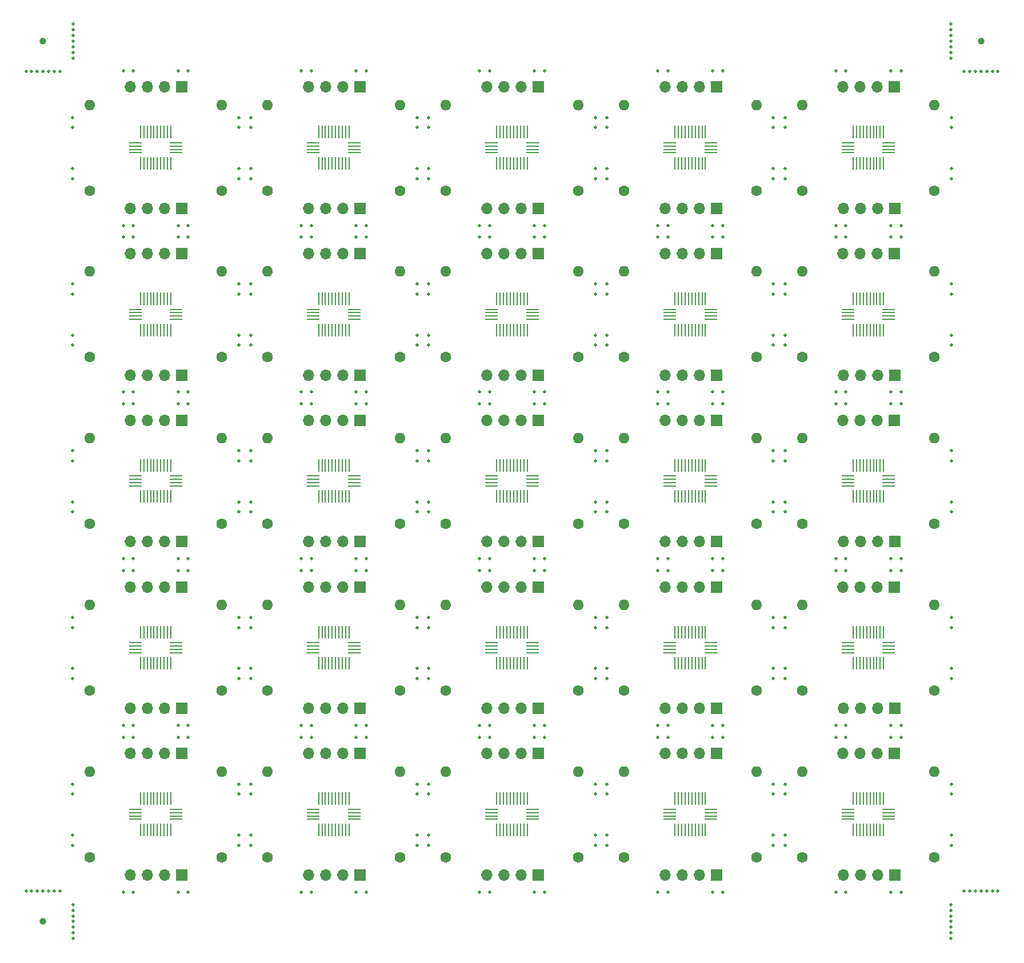
<source format=gbr>
%TF.GenerationSoftware,KiCad,Pcbnew,7.0.7-7.0.7~ubuntu20.04.1*%
%TF.CreationDate,2023-08-14T16:59:11-04:00*%
%TF.ProjectId,bno085-debug-board-panel,626e6f30-3835-42d6-9465-6275672d626f,rev?*%
%TF.SameCoordinates,Original*%
%TF.FileFunction,Soldermask,Top*%
%TF.FilePolarity,Negative*%
%FSLAX46Y46*%
G04 Gerber Fmt 4.6, Leading zero omitted, Abs format (unit mm)*
G04 Created by KiCad (PCBNEW 7.0.7-7.0.7~ubuntu20.04.1) date 2023-08-14 16:59:11*
%MOMM*%
%LPD*%
G01*
G04 APERTURE LIST*
%ADD10C,0.500000*%
%ADD11R,1.700000X1.700000*%
%ADD12O,1.700000X1.700000*%
%ADD13C,1.600000*%
%ADD14O,1.600000X1.600000*%
%ADD15C,1.000000*%
%ADD16R,0.254000X1.975000*%
%ADD17R,1.950000X0.254000*%
G04 APERTURE END LIST*
D10*
%TO.C,REF\u002A\u002A*%
X84325000Y-121683333D03*
%TD*%
%TO.C,REF\u002A\u002A*%
X24016666Y-31575000D03*
%TD*%
D11*
%TO.C,J1*%
X49480000Y-9300000D03*
D12*
X46940000Y-9300000D03*
X44400000Y-9300000D03*
X41860000Y-9300000D03*
%TD*%
D10*
%TO.C,REF\u002A\u002A*%
X86075000Y-47583333D03*
%TD*%
D11*
%TO.C,J1*%
X128680000Y-108100000D03*
D12*
X126140000Y-108100000D03*
X123600000Y-108100000D03*
X121060000Y-108100000D03*
%TD*%
D10*
%TO.C,REF\u002A\u002A*%
X137125000Y-89416666D03*
%TD*%
%TO.C,REF\u002A\u002A*%
X128116666Y-80975000D03*
%TD*%
D13*
%TO.C,R2*%
X62200000Y-98750000D03*
D14*
X62200000Y-86050000D03*
%TD*%
D10*
%TO.C,REF\u002A\u002A*%
X75316666Y-6875000D03*
%TD*%
D11*
%TO.C,J2*%
X49500000Y-76700000D03*
D12*
X46960000Y-76700000D03*
X44420000Y-76700000D03*
X41880000Y-76700000D03*
%TD*%
D10*
%TO.C,REF\u002A\u002A*%
X67183333Y-80975000D03*
%TD*%
D13*
%TO.C,R2*%
X9400000Y-24650000D03*
D14*
X9400000Y-11950000D03*
%TD*%
D13*
%TO.C,R1*%
X55400000Y-49350000D03*
D14*
X55400000Y-36650000D03*
%TD*%
D10*
%TO.C,REF\u002A\u002A*%
X103216666Y-31575000D03*
%TD*%
%TO.C,REF\u002A\u002A*%
X76816666Y-79225000D03*
%TD*%
%TO.C,REF\u002A\u002A*%
X128116666Y-31575000D03*
%TD*%
D15*
%TO.C,REF\u002A\u002A*%
X2500000Y-2500000D03*
%TD*%
D10*
%TO.C,REF\u002A\u002A*%
X143166666Y-128500000D03*
%TD*%
%TO.C,REF\u002A\u002A*%
X6875000Y-121683333D03*
%TD*%
%TO.C,REF\u002A\u002A*%
X31525000Y-120183333D03*
%TD*%
D13*
%TO.C,R2*%
X9400000Y-74050000D03*
D14*
X9400000Y-61350000D03*
%TD*%
D16*
%TO.C,U1*%
X96150000Y-114787500D03*
D17*
X95375000Y-116350000D03*
X95375000Y-116850000D03*
X95375000Y-117350000D03*
X95375000Y-117850000D03*
D16*
X96150000Y-119412500D03*
X96650000Y-119412500D03*
X97150000Y-119412500D03*
X97650000Y-119412500D03*
X98150000Y-119412500D03*
X98650000Y-119412500D03*
X99150000Y-119412500D03*
X99650000Y-119412500D03*
X100150000Y-119412500D03*
X100650000Y-119412500D03*
D17*
X101425000Y-117850000D03*
X101425000Y-117350000D03*
X101425000Y-116850000D03*
X101425000Y-116350000D03*
D16*
X100650000Y-114787500D03*
X100150000Y-114787500D03*
X99650000Y-114787500D03*
X99150000Y-114787500D03*
X98650000Y-114787500D03*
X98150000Y-114787500D03*
X97650000Y-114787500D03*
X97150000Y-114787500D03*
X96650000Y-114787500D03*
%TD*%
D10*
%TO.C,REF\u002A\u002A*%
X59675000Y-13816667D03*
%TD*%
%TO.C,REF\u002A\u002A*%
X33275000Y-114116666D03*
%TD*%
%TO.C,REF\u002A\u002A*%
X110725000Y-87916666D03*
%TD*%
%TO.C,REF\u002A\u002A*%
X59675000Y-112616666D03*
%TD*%
%TO.C,REF\u002A\u002A*%
X112475000Y-15316667D03*
%TD*%
%TO.C,REF\u002A\u002A*%
X86075000Y-112616666D03*
%TD*%
%TO.C,REF\u002A\u002A*%
X6875000Y-40016666D03*
%TD*%
%TO.C,REF\u002A\u002A*%
X86075000Y-46083333D03*
%TD*%
D13*
%TO.C,R1*%
X108200000Y-74050000D03*
D14*
X108200000Y-61350000D03*
%TD*%
D10*
%TO.C,REF\u002A\u002A*%
X57925000Y-22883333D03*
%TD*%
%TO.C,REF\u002A\u002A*%
X86075000Y-89416666D03*
%TD*%
%TO.C,REF\u002A\u002A*%
X33275000Y-95483333D03*
%TD*%
%TO.C,REF\u002A\u002A*%
X141500000Y-128500000D03*
%TD*%
%TO.C,REF\u002A\u002A*%
X67183333Y-54525000D03*
%TD*%
%TO.C,REF\u002A\u002A*%
X112475000Y-114116666D03*
%TD*%
%TO.C,REF\u002A\u002A*%
X68683333Y-31575000D03*
%TD*%
%TO.C,REF\u002A\u002A*%
X76816666Y-54525000D03*
%TD*%
%TO.C,REF\u002A\u002A*%
X101716666Y-31575000D03*
%TD*%
%TO.C,REF\u002A\u002A*%
X33275000Y-15316667D03*
%TD*%
%TO.C,REF\u002A\u002A*%
X59675000Y-121683333D03*
%TD*%
%TO.C,REF\u002A\u002A*%
X144000000Y-128500000D03*
%TD*%
%TO.C,REF\u002A\u002A*%
X40783333Y-31575000D03*
%TD*%
%TO.C,REF\u002A\u002A*%
X6875000Y-70783333D03*
%TD*%
%TO.C,REF\u002A\u002A*%
X128116666Y-105675000D03*
%TD*%
%TO.C,REF\u002A\u002A*%
X5000000Y-128500000D03*
%TD*%
%TO.C,REF\u002A\u002A*%
X3333334Y-7000000D03*
%TD*%
%TO.C,REF\u002A\u002A*%
X95083333Y-31575000D03*
%TD*%
%TO.C,REF\u002A\u002A*%
X68683333Y-80975000D03*
%TD*%
%TO.C,REF\u002A\u002A*%
X33275000Y-13816667D03*
%TD*%
%TO.C,REF\u002A\u002A*%
X121483333Y-103925000D03*
%TD*%
%TO.C,REF\u002A\u002A*%
X84325000Y-46083333D03*
%TD*%
%TO.C,REF\u002A\u002A*%
X31525000Y-15316667D03*
%TD*%
%TO.C,REF\u002A\u002A*%
X95083333Y-128625000D03*
%TD*%
D11*
%TO.C,J1*%
X128680000Y-58700000D03*
D12*
X126140000Y-58700000D03*
X123600000Y-58700000D03*
X121060000Y-58700000D03*
%TD*%
D10*
%TO.C,REF\u002A\u002A*%
X75316666Y-54525000D03*
%TD*%
%TO.C,REF\u002A\u002A*%
X48916666Y-80975000D03*
%TD*%
%TO.C,REF\u002A\u002A*%
X137000000Y-133000000D03*
%TD*%
%TO.C,REF\u002A\u002A*%
X14383334Y-54525000D03*
%TD*%
%TO.C,REF\u002A\u002A*%
X103216666Y-105675000D03*
%TD*%
%TO.C,REF\u002A\u002A*%
X833334Y-128500000D03*
%TD*%
%TO.C,REF\u002A\u002A*%
X42283333Y-29825000D03*
%TD*%
%TO.C,REF\u002A\u002A*%
X68683333Y-6875000D03*
%TD*%
%TO.C,REF\u002A\u002A*%
X101716666Y-80975000D03*
%TD*%
D13*
%TO.C,R2*%
X62200000Y-123450000D03*
D14*
X62200000Y-110750000D03*
%TD*%
D16*
%TO.C,U1*%
X43350000Y-40687500D03*
D17*
X42575000Y-42250000D03*
X42575000Y-42750000D03*
X42575000Y-43250000D03*
X42575000Y-43750000D03*
D16*
X43350000Y-45312500D03*
X43850000Y-45312500D03*
X44350000Y-45312500D03*
X44850000Y-45312500D03*
X45350000Y-45312500D03*
X45850000Y-45312500D03*
X46350000Y-45312500D03*
X46850000Y-45312500D03*
X47350000Y-45312500D03*
X47850000Y-45312500D03*
D17*
X48625000Y-43750000D03*
X48625000Y-43250000D03*
X48625000Y-42750000D03*
X48625000Y-42250000D03*
D16*
X47850000Y-40687500D03*
X47350000Y-40687500D03*
X46850000Y-40687500D03*
X46350000Y-40687500D03*
X45850000Y-40687500D03*
X45350000Y-40687500D03*
X44850000Y-40687500D03*
X44350000Y-40687500D03*
X43850000Y-40687500D03*
%TD*%
D10*
%TO.C,REF\u002A\u002A*%
X137125000Y-96983333D03*
%TD*%
%TO.C,REF\u002A\u002A*%
X75316666Y-105675000D03*
%TD*%
%TO.C,REF\u002A\u002A*%
X59675000Y-89416666D03*
%TD*%
%TO.C,REF\u002A\u002A*%
X93583333Y-128625000D03*
%TD*%
%TO.C,REF\u002A\u002A*%
X48916666Y-128625000D03*
%TD*%
%TO.C,REF\u002A\u002A*%
X110725000Y-96983333D03*
%TD*%
%TO.C,REF\u002A\u002A*%
X33275000Y-72283333D03*
%TD*%
%TO.C,REF\u002A\u002A*%
X33275000Y-96983333D03*
%TD*%
D11*
%TO.C,J1*%
X75880000Y-83400000D03*
D12*
X73340000Y-83400000D03*
X70800000Y-83400000D03*
X68260000Y-83400000D03*
%TD*%
D10*
%TO.C,REF\u002A\u002A*%
X24016666Y-80975000D03*
%TD*%
%TO.C,REF\u002A\u002A*%
X129616666Y-29825000D03*
%TD*%
D11*
%TO.C,J2*%
X23100000Y-27300000D03*
D12*
X20560000Y-27300000D03*
X18020000Y-27300000D03*
X15480000Y-27300000D03*
%TD*%
D13*
%TO.C,R2*%
X62200000Y-74050000D03*
D14*
X62200000Y-61350000D03*
%TD*%
D10*
%TO.C,REF\u002A\u002A*%
X128116666Y-128625000D03*
%TD*%
D11*
%TO.C,J1*%
X23080000Y-34000000D03*
D12*
X20540000Y-34000000D03*
X18000000Y-34000000D03*
X15460000Y-34000000D03*
%TD*%
D10*
%TO.C,REF\u002A\u002A*%
X139833333Y-7000000D03*
%TD*%
D16*
%TO.C,U1*%
X96150000Y-40687500D03*
D17*
X95375000Y-42250000D03*
X95375000Y-42750000D03*
X95375000Y-43250000D03*
X95375000Y-43750000D03*
D16*
X96150000Y-45312500D03*
X96650000Y-45312500D03*
X97150000Y-45312500D03*
X97650000Y-45312500D03*
X98150000Y-45312500D03*
X98650000Y-45312500D03*
X99150000Y-45312500D03*
X99650000Y-45312500D03*
X100150000Y-45312500D03*
X100650000Y-45312500D03*
D17*
X101425000Y-43750000D03*
X101425000Y-43250000D03*
X101425000Y-42750000D03*
X101425000Y-42250000D03*
D16*
X100650000Y-40687500D03*
X100150000Y-40687500D03*
X99650000Y-40687500D03*
X99150000Y-40687500D03*
X98650000Y-40687500D03*
X98150000Y-40687500D03*
X97650000Y-40687500D03*
X97150000Y-40687500D03*
X96650000Y-40687500D03*
%TD*%
D10*
%TO.C,REF\u002A\u002A*%
X7000000Y-833334D03*
%TD*%
%TO.C,REF\u002A\u002A*%
X68683333Y-29825000D03*
%TD*%
%TO.C,REF\u002A\u002A*%
X42283333Y-128625000D03*
%TD*%
D13*
%TO.C,R1*%
X81800000Y-74050000D03*
D14*
X81800000Y-61350000D03*
%TD*%
D16*
%TO.C,U1*%
X122550000Y-40687500D03*
D17*
X121775000Y-42250000D03*
X121775000Y-42750000D03*
X121775000Y-43250000D03*
X121775000Y-43750000D03*
D16*
X122550000Y-45312500D03*
X123050000Y-45312500D03*
X123550000Y-45312500D03*
X124050000Y-45312500D03*
X124550000Y-45312500D03*
X125050000Y-45312500D03*
X125550000Y-45312500D03*
X126050000Y-45312500D03*
X126550000Y-45312500D03*
X127050000Y-45312500D03*
D17*
X127825000Y-43750000D03*
X127825000Y-43250000D03*
X127825000Y-42750000D03*
X127825000Y-42250000D03*
D16*
X127050000Y-40687500D03*
X126550000Y-40687500D03*
X126050000Y-40687500D03*
X125550000Y-40687500D03*
X125050000Y-40687500D03*
X124550000Y-40687500D03*
X124050000Y-40687500D03*
X123550000Y-40687500D03*
X123050000Y-40687500D03*
%TD*%
D10*
%TO.C,REF\u002A\u002A*%
X75316666Y-128625000D03*
%TD*%
%TO.C,REF\u002A\u002A*%
X137125000Y-40016666D03*
%TD*%
%TO.C,REF\u002A\u002A*%
X15883334Y-6875000D03*
%TD*%
%TO.C,REF\u002A\u002A*%
X14383334Y-56275000D03*
%TD*%
%TO.C,REF\u002A\u002A*%
X121483333Y-128625000D03*
%TD*%
%TO.C,REF\u002A\u002A*%
X86075000Y-21383333D03*
%TD*%
D13*
%TO.C,R1*%
X55400000Y-74050000D03*
D14*
X55400000Y-61350000D03*
%TD*%
D10*
%TO.C,REF\u002A\u002A*%
X121483333Y-54525000D03*
%TD*%
%TO.C,REF\u002A\u002A*%
X50416666Y-31575000D03*
%TD*%
%TO.C,REF\u002A\u002A*%
X137125000Y-46083333D03*
%TD*%
%TO.C,REF\u002A\u002A*%
X95083333Y-6875000D03*
%TD*%
%TO.C,REF\u002A\u002A*%
X67183333Y-29825000D03*
%TD*%
%TO.C,REF\u002A\u002A*%
X57925000Y-46083333D03*
%TD*%
D11*
%TO.C,J1*%
X102280000Y-83400000D03*
D12*
X99740000Y-83400000D03*
X97200000Y-83400000D03*
X94660000Y-83400000D03*
%TD*%
D10*
%TO.C,REF\u002A\u002A*%
X50416666Y-128625000D03*
%TD*%
D13*
%TO.C,R2*%
X88600000Y-24650000D03*
D14*
X88600000Y-11950000D03*
%TD*%
D10*
%TO.C,REF\u002A\u002A*%
X84325000Y-15316667D03*
%TD*%
%TO.C,REF\u002A\u002A*%
X137125000Y-22883333D03*
%TD*%
D15*
%TO.C,REF\u002A\u002A*%
X2500000Y-133000000D03*
%TD*%
D10*
%TO.C,REF\u002A\u002A*%
X40783333Y-103925000D03*
%TD*%
%TO.C,REF\u002A\u002A*%
X137000000Y-1666667D03*
%TD*%
D11*
%TO.C,J2*%
X75900000Y-76700000D03*
D12*
X73360000Y-76700000D03*
X70820000Y-76700000D03*
X68280000Y-76700000D03*
%TD*%
D10*
%TO.C,REF\u002A\u002A*%
X84325000Y-38516666D03*
%TD*%
%TO.C,REF\u002A\u002A*%
X129616666Y-56275000D03*
%TD*%
%TO.C,REF\u002A\u002A*%
X42283333Y-103925000D03*
%TD*%
%TO.C,REF\u002A\u002A*%
X95083333Y-54525000D03*
%TD*%
%TO.C,REF\u002A\u002A*%
X6875000Y-63216666D03*
%TD*%
%TO.C,REF\u002A\u002A*%
X6875000Y-112616666D03*
%TD*%
%TO.C,REF\u002A\u002A*%
X7000000Y-134666666D03*
%TD*%
%TO.C,REF\u002A\u002A*%
X57925000Y-64716666D03*
%TD*%
D13*
%TO.C,R2*%
X115000000Y-74050000D03*
D14*
X115000000Y-61350000D03*
%TD*%
D10*
%TO.C,REF\u002A\u002A*%
X110725000Y-64716666D03*
%TD*%
%TO.C,REF\u002A\u002A*%
X103216666Y-80975000D03*
%TD*%
%TO.C,REF\u002A\u002A*%
X84325000Y-47583333D03*
%TD*%
D11*
%TO.C,J2*%
X102300000Y-101400000D03*
D12*
X99760000Y-101400000D03*
X97220000Y-101400000D03*
X94680000Y-101400000D03*
%TD*%
D10*
%TO.C,REF\u002A\u002A*%
X112475000Y-38516666D03*
%TD*%
%TO.C,REF\u002A\u002A*%
X75316666Y-31575000D03*
%TD*%
%TO.C,REF\u002A\u002A*%
X40783333Y-6875000D03*
%TD*%
D13*
%TO.C,R2*%
X115000000Y-49350000D03*
D14*
X115000000Y-36650000D03*
%TD*%
D10*
%TO.C,REF\u002A\u002A*%
X2500000Y-128500000D03*
%TD*%
%TO.C,REF\u002A\u002A*%
X137125000Y-87916666D03*
%TD*%
%TO.C,REF\u002A\u002A*%
X14383334Y-103925000D03*
%TD*%
%TO.C,REF\u002A\u002A*%
X128116666Y-29825000D03*
%TD*%
%TO.C,REF\u002A\u002A*%
X93583333Y-31575000D03*
%TD*%
D11*
%TO.C,J2*%
X75900000Y-52000000D03*
D12*
X73360000Y-52000000D03*
X70820000Y-52000000D03*
X68280000Y-52000000D03*
%TD*%
D10*
%TO.C,REF\u002A\u002A*%
X137125000Y-121683333D03*
%TD*%
%TO.C,REF\u002A\u002A*%
X6875000Y-38516666D03*
%TD*%
%TO.C,REF\u002A\u002A*%
X40783333Y-29825000D03*
%TD*%
D11*
%TO.C,J1*%
X49480000Y-108100000D03*
D12*
X46940000Y-108100000D03*
X44400000Y-108100000D03*
X41860000Y-108100000D03*
%TD*%
D10*
%TO.C,REF\u002A\u002A*%
X6875000Y-64716666D03*
%TD*%
%TO.C,REF\u002A\u002A*%
X57925000Y-95483333D03*
%TD*%
D11*
%TO.C,J2*%
X102300000Y-27300000D03*
D12*
X99760000Y-27300000D03*
X97220000Y-27300000D03*
X94680000Y-27300000D03*
%TD*%
D10*
%TO.C,REF\u002A\u002A*%
X59675000Y-96983333D03*
%TD*%
%TO.C,REF\u002A\u002A*%
X33275000Y-112616666D03*
%TD*%
%TO.C,REF\u002A\u002A*%
X141500000Y-7000000D03*
%TD*%
%TO.C,REF\u002A\u002A*%
X101716666Y-6875000D03*
%TD*%
%TO.C,REF\u002A\u002A*%
X33275000Y-46083333D03*
%TD*%
%TO.C,REF\u002A\u002A*%
X137000000Y-131333333D03*
%TD*%
D13*
%TO.C,R1*%
X81800000Y-123450000D03*
D14*
X81800000Y-110750000D03*
%TD*%
D10*
%TO.C,REF\u002A\u002A*%
X121483333Y-105675000D03*
%TD*%
%TO.C,REF\u002A\u002A*%
X112475000Y-64716666D03*
%TD*%
%TO.C,REF\u002A\u002A*%
X15883334Y-105675000D03*
%TD*%
D11*
%TO.C,J2*%
X128700000Y-101400000D03*
D12*
X126160000Y-101400000D03*
X123620000Y-101400000D03*
X121080000Y-101400000D03*
%TD*%
D10*
%TO.C,REF\u002A\u002A*%
X95083333Y-56275000D03*
%TD*%
%TO.C,REF\u002A\u002A*%
X129616666Y-103925000D03*
%TD*%
%TO.C,REF\u002A\u002A*%
X76816666Y-103925000D03*
%TD*%
%TO.C,REF\u002A\u002A*%
X7000000Y-3333334D03*
%TD*%
%TO.C,REF\u002A\u002A*%
X119983333Y-103925000D03*
%TD*%
%TO.C,REF\u002A\u002A*%
X24016666Y-6875000D03*
%TD*%
%TO.C,REF\u002A\u002A*%
X84325000Y-22883333D03*
%TD*%
D13*
%TO.C,R2*%
X88600000Y-123450000D03*
D14*
X88600000Y-110750000D03*
%TD*%
D10*
%TO.C,REF\u002A\u002A*%
X31525000Y-121683333D03*
%TD*%
%TO.C,REF\u002A\u002A*%
X112475000Y-96983333D03*
%TD*%
%TO.C,REF\u002A\u002A*%
X137000000Y-2500000D03*
%TD*%
%TO.C,REF\u002A\u002A*%
X143166666Y-7000000D03*
%TD*%
%TO.C,REF\u002A\u002A*%
X84325000Y-70783333D03*
%TD*%
%TO.C,REF\u002A\u002A*%
X33275000Y-87916666D03*
%TD*%
%TO.C,REF\u002A\u002A*%
X57925000Y-38516666D03*
%TD*%
D11*
%TO.C,J2*%
X49500000Y-101400000D03*
D12*
X46960000Y-101400000D03*
X44420000Y-101400000D03*
X41880000Y-101400000D03*
%TD*%
D10*
%TO.C,REF\u002A\u002A*%
X14383334Y-105675000D03*
%TD*%
D11*
%TO.C,J2*%
X75900000Y-126100000D03*
D12*
X73360000Y-126100000D03*
X70820000Y-126100000D03*
X68280000Y-126100000D03*
%TD*%
D10*
%TO.C,REF\u002A\u002A*%
X42283333Y-79225000D03*
%TD*%
%TO.C,REF\u002A\u002A*%
X14383334Y-31575000D03*
%TD*%
%TO.C,REF\u002A\u002A*%
X67183333Y-128625000D03*
%TD*%
%TO.C,REF\u002A\u002A*%
X76816666Y-6875000D03*
%TD*%
%TO.C,REF\u002A\u002A*%
X129616666Y-105675000D03*
%TD*%
%TO.C,REF\u002A\u002A*%
X84325000Y-120183333D03*
%TD*%
D16*
%TO.C,U1*%
X122550000Y-90087500D03*
D17*
X121775000Y-91650000D03*
X121775000Y-92150000D03*
X121775000Y-92650000D03*
X121775000Y-93150000D03*
D16*
X122550000Y-94712500D03*
X123050000Y-94712500D03*
X123550000Y-94712500D03*
X124050000Y-94712500D03*
X124550000Y-94712500D03*
X125050000Y-94712500D03*
X125550000Y-94712500D03*
X126050000Y-94712500D03*
X126550000Y-94712500D03*
X127050000Y-94712500D03*
D17*
X127825000Y-93150000D03*
X127825000Y-92650000D03*
X127825000Y-92150000D03*
X127825000Y-91650000D03*
D16*
X127050000Y-90087500D03*
X126550000Y-90087500D03*
X126050000Y-90087500D03*
X125550000Y-90087500D03*
X125050000Y-90087500D03*
X124550000Y-90087500D03*
X124050000Y-90087500D03*
X123550000Y-90087500D03*
X123050000Y-90087500D03*
%TD*%
D10*
%TO.C,REF\u002A\u002A*%
X33275000Y-63216666D03*
%TD*%
%TO.C,REF\u002A\u002A*%
X57925000Y-120183333D03*
%TD*%
%TO.C,REF\u002A\u002A*%
X101716666Y-54525000D03*
%TD*%
%TO.C,REF\u002A\u002A*%
X6875000Y-95483333D03*
%TD*%
%TO.C,REF\u002A\u002A*%
X129616666Y-6875000D03*
%TD*%
%TO.C,REF\u002A\u002A*%
X4166667Y-128500000D03*
%TD*%
%TO.C,REF\u002A\u002A*%
X22516666Y-29825000D03*
%TD*%
%TO.C,REF\u002A\u002A*%
X6875000Y-89416666D03*
%TD*%
%TO.C,REF\u002A\u002A*%
X101716666Y-103925000D03*
%TD*%
%TO.C,REF\u002A\u002A*%
X101716666Y-105675000D03*
%TD*%
%TO.C,REF\u002A\u002A*%
X42283333Y-6875000D03*
%TD*%
%TO.C,REF\u002A\u002A*%
X7000000Y-133000000D03*
%TD*%
%TO.C,REF\u002A\u002A*%
X119983333Y-6875000D03*
%TD*%
%TO.C,REF\u002A\u002A*%
X50416666Y-79225000D03*
%TD*%
D13*
%TO.C,R2*%
X9400000Y-123450000D03*
D14*
X9400000Y-110750000D03*
%TD*%
D10*
%TO.C,REF\u002A\u002A*%
X57925000Y-112616666D03*
%TD*%
%TO.C,REF\u002A\u002A*%
X84325000Y-96983333D03*
%TD*%
%TO.C,REF\u002A\u002A*%
X68683333Y-105675000D03*
%TD*%
%TO.C,REF\u002A\u002A*%
X93583333Y-105675000D03*
%TD*%
%TO.C,REF\u002A\u002A*%
X50416666Y-56275000D03*
%TD*%
%TO.C,REF\u002A\u002A*%
X112475000Y-22883333D03*
%TD*%
%TO.C,REF\u002A\u002A*%
X67183333Y-56275000D03*
%TD*%
D13*
%TO.C,R1*%
X81800000Y-49350000D03*
D14*
X81800000Y-36650000D03*
%TD*%
D10*
%TO.C,REF\u002A\u002A*%
X101716666Y-128625000D03*
%TD*%
%TO.C,REF\u002A\u002A*%
X112475000Y-47583333D03*
%TD*%
%TO.C,REF\u002A\u002A*%
X50416666Y-105675000D03*
%TD*%
%TO.C,REF\u002A\u002A*%
X22516666Y-54525000D03*
%TD*%
%TO.C,REF\u002A\u002A*%
X833334Y-7000000D03*
%TD*%
%TO.C,REF\u002A\u002A*%
X31525000Y-95483333D03*
%TD*%
D11*
%TO.C,J1*%
X23080000Y-108100000D03*
D12*
X20540000Y-108100000D03*
X18000000Y-108100000D03*
X15460000Y-108100000D03*
%TD*%
D13*
%TO.C,R2*%
X9400000Y-98750000D03*
D14*
X9400000Y-86050000D03*
%TD*%
D10*
%TO.C,REF\u002A\u002A*%
X59675000Y-47583333D03*
%TD*%
%TO.C,REF\u002A\u002A*%
X48916666Y-103925000D03*
%TD*%
%TO.C,REF\u002A\u002A*%
X128116666Y-6875000D03*
%TD*%
D11*
%TO.C,J1*%
X128680000Y-34000000D03*
D12*
X126140000Y-34000000D03*
X123600000Y-34000000D03*
X121060000Y-34000000D03*
%TD*%
D13*
%TO.C,R2*%
X88600000Y-49350000D03*
D14*
X88600000Y-36650000D03*
%TD*%
D10*
%TO.C,REF\u002A\u002A*%
X22516666Y-103925000D03*
%TD*%
D11*
%TO.C,J1*%
X23080000Y-83400000D03*
D12*
X20540000Y-83400000D03*
X18000000Y-83400000D03*
X15460000Y-83400000D03*
%TD*%
D13*
%TO.C,R1*%
X108200000Y-98750000D03*
D14*
X108200000Y-86050000D03*
%TD*%
D10*
%TO.C,REF\u002A\u002A*%
X57925000Y-13816667D03*
%TD*%
D13*
%TO.C,R1*%
X29000000Y-123450000D03*
D14*
X29000000Y-110750000D03*
%TD*%
D10*
%TO.C,REF\u002A\u002A*%
X137125000Y-38516666D03*
%TD*%
D13*
%TO.C,R1*%
X81800000Y-24650000D03*
D14*
X81800000Y-11950000D03*
%TD*%
D10*
%TO.C,REF\u002A\u002A*%
X67183333Y-103925000D03*
%TD*%
D11*
%TO.C,J2*%
X128700000Y-52000000D03*
D12*
X126160000Y-52000000D03*
X123620000Y-52000000D03*
X121080000Y-52000000D03*
%TD*%
D10*
%TO.C,REF\u002A\u002A*%
X59675000Y-120183333D03*
%TD*%
%TO.C,REF\u002A\u002A*%
X112475000Y-112616666D03*
%TD*%
D11*
%TO.C,J1*%
X49480000Y-34000000D03*
D12*
X46940000Y-34000000D03*
X44400000Y-34000000D03*
X41860000Y-34000000D03*
%TD*%
D10*
%TO.C,REF\u002A\u002A*%
X22516666Y-128625000D03*
%TD*%
D13*
%TO.C,R2*%
X35800000Y-98750000D03*
D14*
X35800000Y-86050000D03*
%TD*%
D10*
%TO.C,REF\u002A\u002A*%
X48916666Y-105675000D03*
%TD*%
D13*
%TO.C,R1*%
X29000000Y-24650000D03*
D14*
X29000000Y-11950000D03*
%TD*%
D10*
%TO.C,REF\u002A\u002A*%
X33275000Y-38516666D03*
%TD*%
D16*
%TO.C,U1*%
X16950000Y-65387500D03*
D17*
X16175000Y-66950000D03*
X16175000Y-67450000D03*
X16175000Y-67950000D03*
X16175000Y-68450000D03*
D16*
X16950000Y-70012500D03*
X17450000Y-70012500D03*
X17950000Y-70012500D03*
X18450000Y-70012500D03*
X18950000Y-70012500D03*
X19450000Y-70012500D03*
X19950000Y-70012500D03*
X20450000Y-70012500D03*
X20950000Y-70012500D03*
X21450000Y-70012500D03*
D17*
X22225000Y-68450000D03*
X22225000Y-67950000D03*
X22225000Y-67450000D03*
X22225000Y-66950000D03*
D16*
X21450000Y-65387500D03*
X20950000Y-65387500D03*
X20450000Y-65387500D03*
X19950000Y-65387500D03*
X19450000Y-65387500D03*
X18950000Y-65387500D03*
X18450000Y-65387500D03*
X17950000Y-65387500D03*
X17450000Y-65387500D03*
%TD*%
D10*
%TO.C,REF\u002A\u002A*%
X50416666Y-29825000D03*
%TD*%
%TO.C,REF\u002A\u002A*%
X6875000Y-47583333D03*
%TD*%
%TO.C,REF\u002A\u002A*%
X137125000Y-70783333D03*
%TD*%
%TO.C,REF\u002A\u002A*%
X48916666Y-31575000D03*
%TD*%
%TO.C,REF\u002A\u002A*%
X15883334Y-56275000D03*
%TD*%
%TO.C,REF\u002A\u002A*%
X40783333Y-79225000D03*
%TD*%
%TO.C,REF\u002A\u002A*%
X95083333Y-29825000D03*
%TD*%
D13*
%TO.C,R1*%
X29000000Y-49350000D03*
D14*
X29000000Y-36650000D03*
%TD*%
D10*
%TO.C,REF\u002A\u002A*%
X140666666Y-7000000D03*
%TD*%
%TO.C,REF\u002A\u002A*%
X86075000Y-114116666D03*
%TD*%
%TO.C,REF\u002A\u002A*%
X86075000Y-120183333D03*
%TD*%
%TO.C,REF\u002A\u002A*%
X121483333Y-29825000D03*
%TD*%
%TO.C,REF\u002A\u002A*%
X75316666Y-29825000D03*
%TD*%
D16*
%TO.C,U1*%
X96150000Y-90087500D03*
D17*
X95375000Y-91650000D03*
X95375000Y-92150000D03*
X95375000Y-92650000D03*
X95375000Y-93150000D03*
D16*
X96150000Y-94712500D03*
X96650000Y-94712500D03*
X97150000Y-94712500D03*
X97650000Y-94712500D03*
X98150000Y-94712500D03*
X98650000Y-94712500D03*
X99150000Y-94712500D03*
X99650000Y-94712500D03*
X100150000Y-94712500D03*
X100650000Y-94712500D03*
D17*
X101425000Y-93150000D03*
X101425000Y-92650000D03*
X101425000Y-92150000D03*
X101425000Y-91650000D03*
D16*
X100650000Y-90087500D03*
X100150000Y-90087500D03*
X99650000Y-90087500D03*
X99150000Y-90087500D03*
X98650000Y-90087500D03*
X98150000Y-90087500D03*
X97650000Y-90087500D03*
X97150000Y-90087500D03*
X96650000Y-90087500D03*
%TD*%
D10*
%TO.C,REF\u002A\u002A*%
X6875000Y-72283333D03*
%TD*%
%TO.C,REF\u002A\u002A*%
X42283333Y-80975000D03*
%TD*%
%TO.C,REF\u002A\u002A*%
X110725000Y-22883333D03*
%TD*%
%TO.C,REF\u002A\u002A*%
X112475000Y-63216666D03*
%TD*%
%TO.C,REF\u002A\u002A*%
X110725000Y-40016666D03*
%TD*%
%TO.C,REF\u002A\u002A*%
X59675000Y-22883333D03*
%TD*%
%TO.C,REF\u002A\u002A*%
X112475000Y-72283333D03*
%TD*%
%TO.C,REF\u002A\u002A*%
X42283333Y-54525000D03*
%TD*%
D13*
%TO.C,R1*%
X108200000Y-123450000D03*
D14*
X108200000Y-110750000D03*
%TD*%
D10*
%TO.C,REF\u002A\u002A*%
X110725000Y-38516666D03*
%TD*%
D16*
%TO.C,U1*%
X69750000Y-65387500D03*
D17*
X68975000Y-66950000D03*
X68975000Y-67450000D03*
X68975000Y-67950000D03*
X68975000Y-68450000D03*
D16*
X69750000Y-70012500D03*
X70250000Y-70012500D03*
X70750000Y-70012500D03*
X71250000Y-70012500D03*
X71750000Y-70012500D03*
X72250000Y-70012500D03*
X72750000Y-70012500D03*
X73250000Y-70012500D03*
X73750000Y-70012500D03*
X74250000Y-70012500D03*
D17*
X75025000Y-68450000D03*
X75025000Y-67950000D03*
X75025000Y-67450000D03*
X75025000Y-66950000D03*
D16*
X74250000Y-65387500D03*
X73750000Y-65387500D03*
X73250000Y-65387500D03*
X72750000Y-65387500D03*
X72250000Y-65387500D03*
X71750000Y-65387500D03*
X71250000Y-65387500D03*
X70750000Y-65387500D03*
X70250000Y-65387500D03*
%TD*%
D10*
%TO.C,REF\u002A\u002A*%
X84325000Y-114116666D03*
%TD*%
%TO.C,REF\u002A\u002A*%
X31525000Y-47583333D03*
%TD*%
D11*
%TO.C,J1*%
X102280000Y-108100000D03*
D12*
X99740000Y-108100000D03*
X97200000Y-108100000D03*
X94660000Y-108100000D03*
%TD*%
D10*
%TO.C,REF\u002A\u002A*%
X112475000Y-46083333D03*
%TD*%
%TO.C,REF\u002A\u002A*%
X59675000Y-72283333D03*
%TD*%
%TO.C,REF\u002A\u002A*%
X142333333Y-128500000D03*
%TD*%
D16*
%TO.C,U1*%
X122550000Y-15987500D03*
D17*
X121775000Y-17550000D03*
X121775000Y-18050000D03*
X121775000Y-18550000D03*
X121775000Y-19050000D03*
D16*
X122550000Y-20612500D03*
X123050000Y-20612500D03*
X123550000Y-20612500D03*
X124050000Y-20612500D03*
X124550000Y-20612500D03*
X125050000Y-20612500D03*
X125550000Y-20612500D03*
X126050000Y-20612500D03*
X126550000Y-20612500D03*
X127050000Y-20612500D03*
D17*
X127825000Y-19050000D03*
X127825000Y-18550000D03*
X127825000Y-18050000D03*
X127825000Y-17550000D03*
D16*
X127050000Y-15987500D03*
X126550000Y-15987500D03*
X126050000Y-15987500D03*
X125550000Y-15987500D03*
X125050000Y-15987500D03*
X124550000Y-15987500D03*
X124050000Y-15987500D03*
X123550000Y-15987500D03*
X123050000Y-15987500D03*
%TD*%
D10*
%TO.C,REF\u002A\u002A*%
X15883334Y-80975000D03*
%TD*%
%TO.C,REF\u002A\u002A*%
X7000000Y-1666667D03*
%TD*%
%TO.C,REF\u002A\u002A*%
X86075000Y-40016666D03*
%TD*%
D16*
%TO.C,U1*%
X122550000Y-114787500D03*
D17*
X121775000Y-116350000D03*
X121775000Y-116850000D03*
X121775000Y-117350000D03*
X121775000Y-117850000D03*
D16*
X122550000Y-119412500D03*
X123050000Y-119412500D03*
X123550000Y-119412500D03*
X124050000Y-119412500D03*
X124550000Y-119412500D03*
X125050000Y-119412500D03*
X125550000Y-119412500D03*
X126050000Y-119412500D03*
X126550000Y-119412500D03*
X127050000Y-119412500D03*
D17*
X127825000Y-117850000D03*
X127825000Y-117350000D03*
X127825000Y-116850000D03*
X127825000Y-116350000D03*
D16*
X127050000Y-114787500D03*
X126550000Y-114787500D03*
X126050000Y-114787500D03*
X125550000Y-114787500D03*
X125050000Y-114787500D03*
X124550000Y-114787500D03*
X124050000Y-114787500D03*
X123550000Y-114787500D03*
X123050000Y-114787500D03*
%TD*%
D13*
%TO.C,R1*%
X134600000Y-49350000D03*
D14*
X134600000Y-36650000D03*
%TD*%
D10*
%TO.C,REF\u002A\u002A*%
X42283333Y-105675000D03*
%TD*%
%TO.C,REF\u002A\u002A*%
X3333334Y-128500000D03*
%TD*%
%TO.C,REF\u002A\u002A*%
X129616666Y-31575000D03*
%TD*%
%TO.C,REF\u002A\u002A*%
X7000000Y-131333333D03*
%TD*%
%TO.C,REF\u002A\u002A*%
X14383334Y-128625000D03*
%TD*%
%TO.C,REF\u002A\u002A*%
X31525000Y-112616666D03*
%TD*%
%TO.C,REF\u002A\u002A*%
X59675000Y-95483333D03*
%TD*%
D13*
%TO.C,R1*%
X108200000Y-49350000D03*
D14*
X108200000Y-36650000D03*
%TD*%
D10*
%TO.C,REF\u002A\u002A*%
X86075000Y-121683333D03*
%TD*%
%TO.C,REF\u002A\u002A*%
X75316666Y-79225000D03*
%TD*%
D13*
%TO.C,R2*%
X9400000Y-49350000D03*
D14*
X9400000Y-36650000D03*
%TD*%
D10*
%TO.C,REF\u002A\u002A*%
X121483333Y-31575000D03*
%TD*%
D13*
%TO.C,R1*%
X134600000Y-24650000D03*
D14*
X134600000Y-11950000D03*
%TD*%
D10*
%TO.C,REF\u002A\u002A*%
X6875000Y-120183333D03*
%TD*%
%TO.C,REF\u002A\u002A*%
X6875000Y-46083333D03*
%TD*%
D13*
%TO.C,R2*%
X62200000Y-24650000D03*
D14*
X62200000Y-11950000D03*
%TD*%
D10*
%TO.C,REF\u002A\u002A*%
X24016666Y-103925000D03*
%TD*%
%TO.C,REF\u002A\u002A*%
X75316666Y-80975000D03*
%TD*%
%TO.C,REF\u002A\u002A*%
X48916666Y-29825000D03*
%TD*%
%TO.C,REF\u002A\u002A*%
X76816666Y-29825000D03*
%TD*%
D16*
%TO.C,U1*%
X69750000Y-90087500D03*
D17*
X68975000Y-91650000D03*
X68975000Y-92150000D03*
X68975000Y-92650000D03*
X68975000Y-93150000D03*
D16*
X69750000Y-94712500D03*
X70250000Y-94712500D03*
X70750000Y-94712500D03*
X71250000Y-94712500D03*
X71750000Y-94712500D03*
X72250000Y-94712500D03*
X72750000Y-94712500D03*
X73250000Y-94712500D03*
X73750000Y-94712500D03*
X74250000Y-94712500D03*
D17*
X75025000Y-93150000D03*
X75025000Y-92650000D03*
X75025000Y-92150000D03*
X75025000Y-91650000D03*
D16*
X74250000Y-90087500D03*
X73750000Y-90087500D03*
X73250000Y-90087500D03*
X72750000Y-90087500D03*
X72250000Y-90087500D03*
X71750000Y-90087500D03*
X71250000Y-90087500D03*
X70750000Y-90087500D03*
X70250000Y-90087500D03*
%TD*%
D10*
%TO.C,REF\u002A\u002A*%
X84325000Y-72283333D03*
%TD*%
D11*
%TO.C,J1*%
X102280000Y-58700000D03*
D12*
X99740000Y-58700000D03*
X97200000Y-58700000D03*
X94660000Y-58700000D03*
%TD*%
D10*
%TO.C,REF\u002A\u002A*%
X42283333Y-56275000D03*
%TD*%
%TO.C,REF\u002A\u002A*%
X84325000Y-40016666D03*
%TD*%
D16*
%TO.C,U1*%
X96150000Y-15987500D03*
D17*
X95375000Y-17550000D03*
X95375000Y-18050000D03*
X95375000Y-18550000D03*
X95375000Y-19050000D03*
D16*
X96150000Y-20612500D03*
X96650000Y-20612500D03*
X97150000Y-20612500D03*
X97650000Y-20612500D03*
X98150000Y-20612500D03*
X98650000Y-20612500D03*
X99150000Y-20612500D03*
X99650000Y-20612500D03*
X100150000Y-20612500D03*
X100650000Y-20612500D03*
D17*
X101425000Y-19050000D03*
X101425000Y-18550000D03*
X101425000Y-18050000D03*
X101425000Y-17550000D03*
D16*
X100650000Y-15987500D03*
X100150000Y-15987500D03*
X99650000Y-15987500D03*
X99150000Y-15987500D03*
X98650000Y-15987500D03*
X98150000Y-15987500D03*
X97650000Y-15987500D03*
X97150000Y-15987500D03*
X96650000Y-15987500D03*
%TD*%
D11*
%TO.C,J2*%
X49500000Y-52000000D03*
D12*
X46960000Y-52000000D03*
X44420000Y-52000000D03*
X41880000Y-52000000D03*
%TD*%
D10*
%TO.C,REF\u002A\u002A*%
X48916666Y-56275000D03*
%TD*%
%TO.C,REF\u002A\u002A*%
X101716666Y-56275000D03*
%TD*%
%TO.C,REF\u002A\u002A*%
X14383334Y-6875000D03*
%TD*%
%TO.C,REF\u002A\u002A*%
X103216666Y-54525000D03*
%TD*%
%TO.C,REF\u002A\u002A*%
X15883334Y-31575000D03*
%TD*%
%TO.C,REF\u002A\u002A*%
X33275000Y-40016666D03*
%TD*%
D11*
%TO.C,J2*%
X23100000Y-76700000D03*
D12*
X20560000Y-76700000D03*
X18020000Y-76700000D03*
X15480000Y-76700000D03*
%TD*%
D10*
%TO.C,REF\u002A\u002A*%
X59675000Y-64716666D03*
%TD*%
%TO.C,REF\u002A\u002A*%
X137000000Y-134666666D03*
%TD*%
%TO.C,REF\u002A\u002A*%
X110725000Y-63216666D03*
%TD*%
%TO.C,REF\u002A\u002A*%
X67183333Y-105675000D03*
%TD*%
%TO.C,REF\u002A\u002A*%
X59675000Y-63216666D03*
%TD*%
%TO.C,REF\u002A\u002A*%
X93583333Y-54525000D03*
%TD*%
D16*
%TO.C,U1*%
X43350000Y-65387500D03*
D17*
X42575000Y-66950000D03*
X42575000Y-67450000D03*
X42575000Y-67950000D03*
X42575000Y-68450000D03*
D16*
X43350000Y-70012500D03*
X43850000Y-70012500D03*
X44350000Y-70012500D03*
X44850000Y-70012500D03*
X45350000Y-70012500D03*
X45850000Y-70012500D03*
X46350000Y-70012500D03*
X46850000Y-70012500D03*
X47350000Y-70012500D03*
X47850000Y-70012500D03*
D17*
X48625000Y-68450000D03*
X48625000Y-67950000D03*
X48625000Y-67450000D03*
X48625000Y-66950000D03*
D16*
X47850000Y-65387500D03*
X47350000Y-65387500D03*
X46850000Y-65387500D03*
X46350000Y-65387500D03*
X45850000Y-65387500D03*
X45350000Y-65387500D03*
X44850000Y-65387500D03*
X44350000Y-65387500D03*
X43850000Y-65387500D03*
%TD*%
D10*
%TO.C,REF\u002A\u002A*%
X137125000Y-47583333D03*
%TD*%
%TO.C,REF\u002A\u002A*%
X33275000Y-121683333D03*
%TD*%
%TO.C,REF\u002A\u002A*%
X76816666Y-80975000D03*
%TD*%
D13*
%TO.C,R2*%
X35800000Y-24650000D03*
D14*
X35800000Y-11950000D03*
%TD*%
D10*
%TO.C,REF\u002A\u002A*%
X137000000Y-3333334D03*
%TD*%
%TO.C,REF\u002A\u002A*%
X14383334Y-29825000D03*
%TD*%
%TO.C,REF\u002A\u002A*%
X103216666Y-56275000D03*
%TD*%
%TO.C,REF\u002A\u002A*%
X110725000Y-120183333D03*
%TD*%
%TO.C,REF\u002A\u002A*%
X22516666Y-80975000D03*
%TD*%
%TO.C,REF\u002A\u002A*%
X59675000Y-46083333D03*
%TD*%
%TO.C,REF\u002A\u002A*%
X137125000Y-95483333D03*
%TD*%
D13*
%TO.C,R2*%
X115000000Y-98750000D03*
D14*
X115000000Y-86050000D03*
%TD*%
D10*
%TO.C,REF\u002A\u002A*%
X24016666Y-54525000D03*
%TD*%
%TO.C,REF\u002A\u002A*%
X119983333Y-29825000D03*
%TD*%
%TO.C,REF\u002A\u002A*%
X86075000Y-22883333D03*
%TD*%
%TO.C,REF\u002A\u002A*%
X128116666Y-56275000D03*
%TD*%
D11*
%TO.C,J1*%
X75880000Y-34000000D03*
D12*
X73340000Y-34000000D03*
X70800000Y-34000000D03*
X68260000Y-34000000D03*
%TD*%
D10*
%TO.C,REF\u002A\u002A*%
X57925000Y-72283333D03*
%TD*%
D11*
%TO.C,J2*%
X128700000Y-27300000D03*
D12*
X126160000Y-27300000D03*
X123620000Y-27300000D03*
X121080000Y-27300000D03*
%TD*%
D10*
%TO.C,REF\u002A\u002A*%
X110725000Y-21383333D03*
%TD*%
%TO.C,REF\u002A\u002A*%
X129616666Y-80975000D03*
%TD*%
%TO.C,REF\u002A\u002A*%
X1666667Y-7000000D03*
%TD*%
%TO.C,REF\u002A\u002A*%
X31525000Y-22883333D03*
%TD*%
%TO.C,REF\u002A\u002A*%
X57925000Y-96983333D03*
%TD*%
%TO.C,REF\u002A\u002A*%
X110725000Y-95483333D03*
%TD*%
%TO.C,REF\u002A\u002A*%
X101716666Y-29825000D03*
%TD*%
%TO.C,REF\u002A\u002A*%
X137125000Y-114116666D03*
%TD*%
%TO.C,REF\u002A\u002A*%
X33275000Y-47583333D03*
%TD*%
%TO.C,REF\u002A\u002A*%
X129616666Y-54525000D03*
%TD*%
%TO.C,REF\u002A\u002A*%
X59675000Y-70783333D03*
%TD*%
%TO.C,REF\u002A\u002A*%
X57925000Y-114116666D03*
%TD*%
D16*
%TO.C,U1*%
X43350000Y-90087500D03*
D17*
X42575000Y-91650000D03*
X42575000Y-92150000D03*
X42575000Y-92650000D03*
X42575000Y-93150000D03*
D16*
X43350000Y-94712500D03*
X43850000Y-94712500D03*
X44350000Y-94712500D03*
X44850000Y-94712500D03*
X45350000Y-94712500D03*
X45850000Y-94712500D03*
X46350000Y-94712500D03*
X46850000Y-94712500D03*
X47350000Y-94712500D03*
X47850000Y-94712500D03*
D17*
X48625000Y-93150000D03*
X48625000Y-92650000D03*
X48625000Y-92150000D03*
X48625000Y-91650000D03*
D16*
X47850000Y-90087500D03*
X47350000Y-90087500D03*
X46850000Y-90087500D03*
X46350000Y-90087500D03*
X45850000Y-90087500D03*
X45350000Y-90087500D03*
X44850000Y-90087500D03*
X44350000Y-90087500D03*
X43850000Y-90087500D03*
%TD*%
D10*
%TO.C,REF\u002A\u002A*%
X119983333Y-80975000D03*
%TD*%
%TO.C,REF\u002A\u002A*%
X33275000Y-64716666D03*
%TD*%
%TO.C,REF\u002A\u002A*%
X76816666Y-31575000D03*
%TD*%
%TO.C,REF\u002A\u002A*%
X57925000Y-47583333D03*
%TD*%
%TO.C,REF\u002A\u002A*%
X40783333Y-54525000D03*
%TD*%
D16*
%TO.C,U1*%
X69750000Y-40687500D03*
D17*
X68975000Y-42250000D03*
X68975000Y-42750000D03*
X68975000Y-43250000D03*
X68975000Y-43750000D03*
D16*
X69750000Y-45312500D03*
X70250000Y-45312500D03*
X70750000Y-45312500D03*
X71250000Y-45312500D03*
X71750000Y-45312500D03*
X72250000Y-45312500D03*
X72750000Y-45312500D03*
X73250000Y-45312500D03*
X73750000Y-45312500D03*
X74250000Y-45312500D03*
D17*
X75025000Y-43750000D03*
X75025000Y-43250000D03*
X75025000Y-42750000D03*
X75025000Y-42250000D03*
D16*
X74250000Y-40687500D03*
X73750000Y-40687500D03*
X73250000Y-40687500D03*
X72750000Y-40687500D03*
X72250000Y-40687500D03*
X71750000Y-40687500D03*
X71250000Y-40687500D03*
X70750000Y-40687500D03*
X70250000Y-40687500D03*
%TD*%
D10*
%TO.C,REF\u002A\u002A*%
X68683333Y-103925000D03*
%TD*%
%TO.C,REF\u002A\u002A*%
X24016666Y-29825000D03*
%TD*%
%TO.C,REF\u002A\u002A*%
X76816666Y-105675000D03*
%TD*%
%TO.C,REF\u002A\u002A*%
X59675000Y-87916666D03*
%TD*%
%TO.C,REF\u002A\u002A*%
X50416666Y-54525000D03*
%TD*%
%TO.C,REF\u002A\u002A*%
X67183333Y-79225000D03*
%TD*%
D11*
%TO.C,J1*%
X75880000Y-108100000D03*
D12*
X73340000Y-108100000D03*
X70800000Y-108100000D03*
X68260000Y-108100000D03*
%TD*%
D10*
%TO.C,REF\u002A\u002A*%
X137125000Y-112616666D03*
%TD*%
%TO.C,REF\u002A\u002A*%
X119983333Y-105675000D03*
%TD*%
%TO.C,REF\u002A\u002A*%
X121483333Y-79225000D03*
%TD*%
%TO.C,REF\u002A\u002A*%
X112475000Y-13816667D03*
%TD*%
D16*
%TO.C,U1*%
X16950000Y-90087500D03*
D17*
X16175000Y-91650000D03*
X16175000Y-92150000D03*
X16175000Y-92650000D03*
X16175000Y-93150000D03*
D16*
X16950000Y-94712500D03*
X17450000Y-94712500D03*
X17950000Y-94712500D03*
X18450000Y-94712500D03*
X18950000Y-94712500D03*
X19450000Y-94712500D03*
X19950000Y-94712500D03*
X20450000Y-94712500D03*
X20950000Y-94712500D03*
X21450000Y-94712500D03*
D17*
X22225000Y-93150000D03*
X22225000Y-92650000D03*
X22225000Y-92150000D03*
X22225000Y-91650000D03*
D16*
X21450000Y-90087500D03*
X20950000Y-90087500D03*
X20450000Y-90087500D03*
X19950000Y-90087500D03*
X19450000Y-90087500D03*
X18950000Y-90087500D03*
X18450000Y-90087500D03*
X17950000Y-90087500D03*
X17450000Y-90087500D03*
%TD*%
D13*
%TO.C,R1*%
X134600000Y-98750000D03*
D14*
X134600000Y-86050000D03*
%TD*%
D10*
%TO.C,REF\u002A\u002A*%
X15883334Y-29825000D03*
%TD*%
%TO.C,REF\u002A\u002A*%
X75316666Y-103925000D03*
%TD*%
%TO.C,REF\u002A\u002A*%
X110725000Y-47583333D03*
%TD*%
%TO.C,REF\u002A\u002A*%
X139833333Y-128500000D03*
%TD*%
%TO.C,REF\u002A\u002A*%
X7000000Y-135500000D03*
%TD*%
D15*
%TO.C,REF\u002A\u002A*%
X141500000Y-2500000D03*
%TD*%
D10*
%TO.C,REF\u002A\u002A*%
X86075000Y-72283333D03*
%TD*%
%TO.C,REF\u002A\u002A*%
X50416666Y-6875000D03*
%TD*%
%TO.C,REF\u002A\u002A*%
X57925000Y-70783333D03*
%TD*%
D16*
%TO.C,U1*%
X69750000Y-114787500D03*
D17*
X68975000Y-116350000D03*
X68975000Y-116850000D03*
X68975000Y-117350000D03*
X68975000Y-117850000D03*
D16*
X69750000Y-119412500D03*
X70250000Y-119412500D03*
X70750000Y-119412500D03*
X71250000Y-119412500D03*
X71750000Y-119412500D03*
X72250000Y-119412500D03*
X72750000Y-119412500D03*
X73250000Y-119412500D03*
X73750000Y-119412500D03*
X74250000Y-119412500D03*
D17*
X75025000Y-117850000D03*
X75025000Y-117350000D03*
X75025000Y-116850000D03*
X75025000Y-116350000D03*
D16*
X74250000Y-114787500D03*
X73750000Y-114787500D03*
X73250000Y-114787500D03*
X72750000Y-114787500D03*
X72250000Y-114787500D03*
X71750000Y-114787500D03*
X71250000Y-114787500D03*
X70750000Y-114787500D03*
X70250000Y-114787500D03*
%TD*%
D10*
%TO.C,REF\u002A\u002A*%
X31525000Y-63216666D03*
%TD*%
%TO.C,REF\u002A\u002A*%
X112475000Y-70783333D03*
%TD*%
%TO.C,REF\u002A\u002A*%
X59675000Y-15316667D03*
%TD*%
%TO.C,REF\u002A\u002A*%
X93583333Y-80975000D03*
%TD*%
%TO.C,REF\u002A\u002A*%
X14383334Y-80975000D03*
%TD*%
%TO.C,REF\u002A\u002A*%
X31525000Y-40016666D03*
%TD*%
%TO.C,REF\u002A\u002A*%
X95083333Y-79225000D03*
%TD*%
%TO.C,REF\u002A\u002A*%
X103216666Y-103925000D03*
%TD*%
%TO.C,REF\u002A\u002A*%
X22516666Y-79225000D03*
%TD*%
D13*
%TO.C,R2*%
X62200000Y-49350000D03*
D14*
X62200000Y-36650000D03*
%TD*%
D10*
%TO.C,REF\u002A\u002A*%
X128116666Y-79225000D03*
%TD*%
D11*
%TO.C,J2*%
X128700000Y-76700000D03*
D12*
X126160000Y-76700000D03*
X123620000Y-76700000D03*
X121080000Y-76700000D03*
%TD*%
D10*
%TO.C,REF\u002A\u002A*%
X31525000Y-21383333D03*
%TD*%
%TO.C,REF\u002A\u002A*%
X2500000Y-7000000D03*
%TD*%
%TO.C,REF\u002A\u002A*%
X48916666Y-54525000D03*
%TD*%
D16*
%TO.C,U1*%
X122550000Y-65387500D03*
D17*
X121775000Y-66950000D03*
X121775000Y-67450000D03*
X121775000Y-67950000D03*
X121775000Y-68450000D03*
D16*
X122550000Y-70012500D03*
X123050000Y-70012500D03*
X123550000Y-70012500D03*
X124050000Y-70012500D03*
X124550000Y-70012500D03*
X125050000Y-70012500D03*
X125550000Y-70012500D03*
X126050000Y-70012500D03*
X126550000Y-70012500D03*
X127050000Y-70012500D03*
D17*
X127825000Y-68450000D03*
X127825000Y-67950000D03*
X127825000Y-67450000D03*
X127825000Y-66950000D03*
D16*
X127050000Y-65387500D03*
X126550000Y-65387500D03*
X126050000Y-65387500D03*
X125550000Y-65387500D03*
X125050000Y-65387500D03*
X124550000Y-65387500D03*
X124050000Y-65387500D03*
X123550000Y-65387500D03*
X123050000Y-65387500D03*
%TD*%
D10*
%TO.C,REF\u002A\u002A*%
X93583333Y-29825000D03*
%TD*%
%TO.C,REF\u002A\u002A*%
X86075000Y-38516666D03*
%TD*%
%TO.C,REF\u002A\u002A*%
X68683333Y-79225000D03*
%TD*%
%TO.C,REF\u002A\u002A*%
X95083333Y-103925000D03*
%TD*%
D11*
%TO.C,J1*%
X75880000Y-9300000D03*
D12*
X73340000Y-9300000D03*
X70800000Y-9300000D03*
X68260000Y-9300000D03*
%TD*%
D10*
%TO.C,REF\u002A\u002A*%
X103216666Y-29825000D03*
%TD*%
%TO.C,REF\u002A\u002A*%
X48916666Y-79225000D03*
%TD*%
%TO.C,REF\u002A\u002A*%
X57925000Y-15316667D03*
%TD*%
%TO.C,REF\u002A\u002A*%
X112475000Y-121683333D03*
%TD*%
%TO.C,REF\u002A\u002A*%
X137000000Y-4166667D03*
%TD*%
%TO.C,REF\u002A\u002A*%
X95083333Y-80975000D03*
%TD*%
%TO.C,REF\u002A\u002A*%
X24016666Y-128625000D03*
%TD*%
%TO.C,REF\u002A\u002A*%
X84325000Y-13816667D03*
%TD*%
D11*
%TO.C,J1*%
X128680000Y-9300000D03*
D12*
X126140000Y-9300000D03*
X123600000Y-9300000D03*
X121060000Y-9300000D03*
%TD*%
D10*
%TO.C,REF\u002A\u002A*%
X112475000Y-87916666D03*
%TD*%
%TO.C,REF\u002A\u002A*%
X67183333Y-6875000D03*
%TD*%
%TO.C,REF\u002A\u002A*%
X57925000Y-21383333D03*
%TD*%
%TO.C,REF\u002A\u002A*%
X40783333Y-105675000D03*
%TD*%
D11*
%TO.C,J1*%
X102280000Y-34000000D03*
D12*
X99740000Y-34000000D03*
X97200000Y-34000000D03*
X94660000Y-34000000D03*
%TD*%
D10*
%TO.C,REF\u002A\u002A*%
X121483333Y-80975000D03*
%TD*%
%TO.C,REF\u002A\u002A*%
X40783333Y-56275000D03*
%TD*%
%TO.C,REF\u002A\u002A*%
X137125000Y-72283333D03*
%TD*%
%TO.C,REF\u002A\u002A*%
X57925000Y-121683333D03*
%TD*%
%TO.C,REF\u002A\u002A*%
X93583333Y-6875000D03*
%TD*%
%TO.C,REF\u002A\u002A*%
X139000000Y-7000000D03*
%TD*%
%TO.C,REF\u002A\u002A*%
X6875000Y-114116666D03*
%TD*%
D13*
%TO.C,R2*%
X115000000Y-24650000D03*
D14*
X115000000Y-11950000D03*
%TD*%
D10*
%TO.C,REF\u002A\u002A*%
X84325000Y-64716666D03*
%TD*%
%TO.C,REF\u002A\u002A*%
X137000000Y-130500000D03*
%TD*%
%TO.C,REF\u002A\u002A*%
X31525000Y-64716666D03*
%TD*%
D11*
%TO.C,J1*%
X23080000Y-58700000D03*
D12*
X20540000Y-58700000D03*
X18000000Y-58700000D03*
X15460000Y-58700000D03*
%TD*%
D16*
%TO.C,U1*%
X96150000Y-65387500D03*
D17*
X95375000Y-66950000D03*
X95375000Y-67450000D03*
X95375000Y-67950000D03*
X95375000Y-68450000D03*
D16*
X96150000Y-70012500D03*
X96650000Y-70012500D03*
X97150000Y-70012500D03*
X97650000Y-70012500D03*
X98150000Y-70012500D03*
X98650000Y-70012500D03*
X99150000Y-70012500D03*
X99650000Y-70012500D03*
X100150000Y-70012500D03*
X100650000Y-70012500D03*
D17*
X101425000Y-68450000D03*
X101425000Y-67950000D03*
X101425000Y-67450000D03*
X101425000Y-66950000D03*
D16*
X100650000Y-65387500D03*
X100150000Y-65387500D03*
X99650000Y-65387500D03*
X99150000Y-65387500D03*
X98650000Y-65387500D03*
X98150000Y-65387500D03*
X97650000Y-65387500D03*
X97150000Y-65387500D03*
X96650000Y-65387500D03*
%TD*%
D10*
%TO.C,REF\u002A\u002A*%
X7000000Y-132166666D03*
%TD*%
%TO.C,REF\u002A\u002A*%
X101716666Y-79225000D03*
%TD*%
%TO.C,REF\u002A\u002A*%
X119983333Y-56275000D03*
%TD*%
%TO.C,REF\u002A\u002A*%
X110725000Y-121683333D03*
%TD*%
%TO.C,REF\u002A\u002A*%
X112475000Y-120183333D03*
%TD*%
%TO.C,REF\u002A\u002A*%
X14383334Y-79225000D03*
%TD*%
%TO.C,REF\u002A\u002A*%
X119983333Y-79225000D03*
%TD*%
D11*
%TO.C,J2*%
X102300000Y-52000000D03*
D12*
X99760000Y-52000000D03*
X97220000Y-52000000D03*
X94680000Y-52000000D03*
%TD*%
D10*
%TO.C,REF\u002A\u002A*%
X110725000Y-13816667D03*
%TD*%
%TO.C,REF\u002A\u002A*%
X93583333Y-56275000D03*
%TD*%
%TO.C,REF\u002A\u002A*%
X86075000Y-87916666D03*
%TD*%
%TO.C,REF\u002A\u002A*%
X103216666Y-128625000D03*
%TD*%
%TO.C,REF\u002A\u002A*%
X137000000Y0D03*
%TD*%
%TO.C,REF\u002A\u002A*%
X76816666Y-128625000D03*
%TD*%
%TO.C,REF\u002A\u002A*%
X86075000Y-95483333D03*
%TD*%
%TO.C,REF\u002A\u002A*%
X137125000Y-120183333D03*
%TD*%
%TO.C,REF\u002A\u002A*%
X59675000Y-38516666D03*
%TD*%
%TO.C,REF\u002A\u002A*%
X110725000Y-112616666D03*
%TD*%
%TO.C,REF\u002A\u002A*%
X137125000Y-13816667D03*
%TD*%
%TO.C,REF\u002A\u002A*%
X6875000Y-21383333D03*
%TD*%
%TO.C,REF\u002A\u002A*%
X7000000Y-130500000D03*
%TD*%
%TO.C,REF\u002A\u002A*%
X76816666Y-56275000D03*
%TD*%
D13*
%TO.C,R2*%
X35800000Y-123450000D03*
D14*
X35800000Y-110750000D03*
%TD*%
D11*
%TO.C,J2*%
X128700000Y-126100000D03*
D12*
X126160000Y-126100000D03*
X123620000Y-126100000D03*
X121080000Y-126100000D03*
%TD*%
D10*
%TO.C,REF\u002A\u002A*%
X6875000Y-96983333D03*
%TD*%
%TO.C,REF\u002A\u002A*%
X31525000Y-13816667D03*
%TD*%
D16*
%TO.C,U1*%
X16950000Y-15987500D03*
D17*
X16175000Y-17550000D03*
X16175000Y-18050000D03*
X16175000Y-18550000D03*
X16175000Y-19050000D03*
D16*
X16950000Y-20612500D03*
X17450000Y-20612500D03*
X17950000Y-20612500D03*
X18450000Y-20612500D03*
X18950000Y-20612500D03*
X19450000Y-20612500D03*
X19950000Y-20612500D03*
X20450000Y-20612500D03*
X20950000Y-20612500D03*
X21450000Y-20612500D03*
D17*
X22225000Y-19050000D03*
X22225000Y-18550000D03*
X22225000Y-18050000D03*
X22225000Y-17550000D03*
D16*
X21450000Y-15987500D03*
X20950000Y-15987500D03*
X20450000Y-15987500D03*
X19950000Y-15987500D03*
X19450000Y-15987500D03*
X18950000Y-15987500D03*
X18450000Y-15987500D03*
X17950000Y-15987500D03*
X17450000Y-15987500D03*
%TD*%
D10*
%TO.C,REF\u002A\u002A*%
X31525000Y-89416666D03*
%TD*%
%TO.C,REF\u002A\u002A*%
X144000000Y-7000000D03*
%TD*%
%TO.C,REF\u002A\u002A*%
X110725000Y-15316667D03*
%TD*%
%TO.C,REF\u002A\u002A*%
X110725000Y-89416666D03*
%TD*%
%TO.C,REF\u002A\u002A*%
X75316666Y-56275000D03*
%TD*%
%TO.C,REF\u002A\u002A*%
X112475000Y-21383333D03*
%TD*%
D13*
%TO.C,R1*%
X29000000Y-74050000D03*
D14*
X29000000Y-61350000D03*
%TD*%
D13*
%TO.C,R1*%
X134600000Y-123450000D03*
D14*
X134600000Y-110750000D03*
%TD*%
D10*
%TO.C,REF\u002A\u002A*%
X103216666Y-6875000D03*
%TD*%
%TO.C,REF\u002A\u002A*%
X50416666Y-103925000D03*
%TD*%
%TO.C,REF\u002A\u002A*%
X68683333Y-54525000D03*
%TD*%
%TO.C,REF\u002A\u002A*%
X4166667Y-7000000D03*
%TD*%
D11*
%TO.C,J1*%
X49480000Y-58700000D03*
D12*
X46940000Y-58700000D03*
X44400000Y-58700000D03*
X41860000Y-58700000D03*
%TD*%
D10*
%TO.C,REF\u002A\u002A*%
X50416666Y-80975000D03*
%TD*%
%TO.C,REF\u002A\u002A*%
X15883334Y-54525000D03*
%TD*%
%TO.C,REF\u002A\u002A*%
X33275000Y-89416666D03*
%TD*%
%TO.C,REF\u002A\u002A*%
X68683333Y-128625000D03*
%TD*%
%TO.C,REF\u002A\u002A*%
X57925000Y-63216666D03*
%TD*%
%TO.C,REF\u002A\u002A*%
X40783333Y-128625000D03*
%TD*%
D13*
%TO.C,R2*%
X35800000Y-49350000D03*
D14*
X35800000Y-36650000D03*
%TD*%
D10*
%TO.C,REF\u002A\u002A*%
X137125000Y-63216666D03*
%TD*%
%TO.C,REF\u002A\u002A*%
X84325000Y-112616666D03*
%TD*%
%TO.C,REF\u002A\u002A*%
X7000000Y-133833333D03*
%TD*%
%TO.C,REF\u002A\u002A*%
X84325000Y-63216666D03*
%TD*%
D11*
%TO.C,J2*%
X75900000Y-101400000D03*
D12*
X73360000Y-101400000D03*
X70820000Y-101400000D03*
X68280000Y-101400000D03*
%TD*%
D11*
%TO.C,J2*%
X23100000Y-101400000D03*
D12*
X20560000Y-101400000D03*
X18020000Y-101400000D03*
X15480000Y-101400000D03*
%TD*%
D10*
%TO.C,REF\u002A\u002A*%
X24016666Y-105675000D03*
%TD*%
%TO.C,REF\u002A\u002A*%
X129616666Y-128625000D03*
%TD*%
%TO.C,REF\u002A\u002A*%
X86075000Y-64716666D03*
%TD*%
%TO.C,REF\u002A\u002A*%
X31525000Y-114116666D03*
%TD*%
%TO.C,REF\u002A\u002A*%
X24016666Y-56275000D03*
%TD*%
%TO.C,REF\u002A\u002A*%
X7000000Y0D03*
%TD*%
%TO.C,REF\u002A\u002A*%
X140666666Y-128500000D03*
%TD*%
%TO.C,REF\u002A\u002A*%
X1666667Y-128500000D03*
%TD*%
%TO.C,REF\u002A\u002A*%
X137125000Y-21383333D03*
%TD*%
%TO.C,REF\u002A\u002A*%
X86075000Y-15316667D03*
%TD*%
D13*
%TO.C,R1*%
X108200000Y-24650000D03*
D14*
X108200000Y-11950000D03*
%TD*%
D10*
%TO.C,REF\u002A\u002A*%
X6875000Y-22883333D03*
%TD*%
%TO.C,REF\u002A\u002A*%
X7000000Y-5000000D03*
%TD*%
%TO.C,REF\u002A\u002A*%
X59675000Y-40016666D03*
%TD*%
%TO.C,REF\u002A\u002A*%
X110725000Y-70783333D03*
%TD*%
%TO.C,REF\u002A\u002A*%
X7000000Y-4166667D03*
%TD*%
%TO.C,REF\u002A\u002A*%
X22516666Y-105675000D03*
%TD*%
D13*
%TO.C,R1*%
X55400000Y-123450000D03*
D14*
X55400000Y-110750000D03*
%TD*%
D10*
%TO.C,REF\u002A\u002A*%
X128116666Y-54525000D03*
%TD*%
D16*
%TO.C,U1*%
X16950000Y-114787500D03*
D17*
X16175000Y-116350000D03*
X16175000Y-116850000D03*
X16175000Y-117350000D03*
X16175000Y-117850000D03*
D16*
X16950000Y-119412500D03*
X17450000Y-119412500D03*
X17950000Y-119412500D03*
X18450000Y-119412500D03*
X18950000Y-119412500D03*
X19450000Y-119412500D03*
X19950000Y-119412500D03*
X20450000Y-119412500D03*
X20950000Y-119412500D03*
X21450000Y-119412500D03*
D17*
X22225000Y-117850000D03*
X22225000Y-117350000D03*
X22225000Y-116850000D03*
X22225000Y-116350000D03*
D16*
X21450000Y-114787500D03*
X20950000Y-114787500D03*
X20450000Y-114787500D03*
X19950000Y-114787500D03*
X19450000Y-114787500D03*
X18950000Y-114787500D03*
X18450000Y-114787500D03*
X17950000Y-114787500D03*
X17450000Y-114787500D03*
%TD*%
D11*
%TO.C,J2*%
X102300000Y-126100000D03*
D12*
X99760000Y-126100000D03*
X97220000Y-126100000D03*
X94680000Y-126100000D03*
%TD*%
D13*
%TO.C,R1*%
X134600000Y-74050000D03*
D14*
X134600000Y-61350000D03*
%TD*%
D10*
%TO.C,REF\u002A\u002A*%
X0Y-7000000D03*
%TD*%
%TO.C,REF\u002A\u002A*%
X86075000Y-96983333D03*
%TD*%
%TO.C,REF\u002A\u002A*%
X6875000Y-13816667D03*
%TD*%
%TO.C,REF\u002A\u002A*%
X0Y-128500000D03*
%TD*%
%TO.C,REF\u002A\u002A*%
X31525000Y-38516666D03*
%TD*%
%TO.C,REF\u002A\u002A*%
X142333333Y-7000000D03*
%TD*%
D11*
%TO.C,J2*%
X23100000Y-126100000D03*
D12*
X20560000Y-126100000D03*
X18020000Y-126100000D03*
X15480000Y-126100000D03*
%TD*%
D10*
%TO.C,REF\u002A\u002A*%
X137000000Y-133833333D03*
%TD*%
%TO.C,REF\u002A\u002A*%
X84325000Y-89416666D03*
%TD*%
%TO.C,REF\u002A\u002A*%
X31525000Y-87916666D03*
%TD*%
%TO.C,REF\u002A\u002A*%
X112475000Y-40016666D03*
%TD*%
%TO.C,REF\u002A\u002A*%
X86075000Y-70783333D03*
%TD*%
%TO.C,REF\u002A\u002A*%
X6875000Y-87916666D03*
%TD*%
%TO.C,REF\u002A\u002A*%
X33275000Y-70783333D03*
%TD*%
%TO.C,REF\u002A\u002A*%
X22516666Y-56275000D03*
%TD*%
%TO.C,REF\u002A\u002A*%
X59675000Y-21383333D03*
%TD*%
D11*
%TO.C,J1*%
X23080000Y-9300000D03*
D12*
X20540000Y-9300000D03*
X18000000Y-9300000D03*
X15460000Y-9300000D03*
%TD*%
D11*
%TO.C,J2*%
X23100000Y-52000000D03*
D12*
X20560000Y-52000000D03*
X18020000Y-52000000D03*
X15480000Y-52000000D03*
%TD*%
D10*
%TO.C,REF\u002A\u002A*%
X110725000Y-114116666D03*
%TD*%
D11*
%TO.C,J1*%
X102280000Y-9300000D03*
D12*
X99740000Y-9300000D03*
X97200000Y-9300000D03*
X94660000Y-9300000D03*
%TD*%
D10*
%TO.C,REF\u002A\u002A*%
X22516666Y-31575000D03*
%TD*%
%TO.C,REF\u002A\u002A*%
X119983333Y-128625000D03*
%TD*%
%TO.C,REF\u002A\u002A*%
X15883334Y-103925000D03*
%TD*%
D16*
%TO.C,U1*%
X16950000Y-40687500D03*
D17*
X16175000Y-42250000D03*
X16175000Y-42750000D03*
X16175000Y-43250000D03*
X16175000Y-43750000D03*
D16*
X16950000Y-45312500D03*
X17450000Y-45312500D03*
X17950000Y-45312500D03*
X18450000Y-45312500D03*
X18950000Y-45312500D03*
X19450000Y-45312500D03*
X19950000Y-45312500D03*
X20450000Y-45312500D03*
X20950000Y-45312500D03*
X21450000Y-45312500D03*
D17*
X22225000Y-43750000D03*
X22225000Y-43250000D03*
X22225000Y-42750000D03*
X22225000Y-42250000D03*
D16*
X21450000Y-40687500D03*
X20950000Y-40687500D03*
X20450000Y-40687500D03*
X19950000Y-40687500D03*
X19450000Y-40687500D03*
X18950000Y-40687500D03*
X18450000Y-40687500D03*
X17950000Y-40687500D03*
X17450000Y-40687500D03*
%TD*%
D10*
%TO.C,REF\u002A\u002A*%
X137000000Y-833334D03*
%TD*%
%TO.C,REF\u002A\u002A*%
X128116666Y-103925000D03*
%TD*%
%TO.C,REF\u002A\u002A*%
X15883334Y-79225000D03*
%TD*%
%TO.C,REF\u002A\u002A*%
X31525000Y-96983333D03*
%TD*%
%TO.C,REF\u002A\u002A*%
X86075000Y-13816667D03*
%TD*%
%TO.C,REF\u002A\u002A*%
X137125000Y-64716666D03*
%TD*%
D16*
%TO.C,U1*%
X69750000Y-15987500D03*
D17*
X68975000Y-17550000D03*
X68975000Y-18050000D03*
X68975000Y-18550000D03*
X68975000Y-19050000D03*
D16*
X69750000Y-20612500D03*
X70250000Y-20612500D03*
X70750000Y-20612500D03*
X71250000Y-20612500D03*
X71750000Y-20612500D03*
X72250000Y-20612500D03*
X72750000Y-20612500D03*
X73250000Y-20612500D03*
X73750000Y-20612500D03*
X74250000Y-20612500D03*
D17*
X75025000Y-19050000D03*
X75025000Y-18550000D03*
X75025000Y-18050000D03*
X75025000Y-17550000D03*
D16*
X74250000Y-15987500D03*
X73750000Y-15987500D03*
X73250000Y-15987500D03*
X72750000Y-15987500D03*
X72250000Y-15987500D03*
X71750000Y-15987500D03*
X71250000Y-15987500D03*
X70750000Y-15987500D03*
X70250000Y-15987500D03*
%TD*%
D11*
%TO.C,J2*%
X49500000Y-27300000D03*
D12*
X46960000Y-27300000D03*
X44420000Y-27300000D03*
X41880000Y-27300000D03*
%TD*%
D10*
%TO.C,REF\u002A\u002A*%
X137000000Y-135500000D03*
%TD*%
%TO.C,REF\u002A\u002A*%
X7000000Y-2500000D03*
%TD*%
%TO.C,REF\u002A\u002A*%
X59675000Y-114116666D03*
%TD*%
%TO.C,REF\u002A\u002A*%
X57925000Y-40016666D03*
%TD*%
%TO.C,REF\u002A\u002A*%
X68683333Y-56275000D03*
%TD*%
D13*
%TO.C,R1*%
X81800000Y-98750000D03*
D14*
X81800000Y-86050000D03*
%TD*%
D10*
%TO.C,REF\u002A\u002A*%
X15883334Y-128625000D03*
%TD*%
%TO.C,REF\u002A\u002A*%
X33275000Y-21383333D03*
%TD*%
%TO.C,REF\u002A\u002A*%
X121483333Y-56275000D03*
%TD*%
%TO.C,REF\u002A\u002A*%
X5000000Y-7000000D03*
%TD*%
%TO.C,REF\u002A\u002A*%
X95083333Y-105675000D03*
%TD*%
D11*
%TO.C,J1*%
X49480000Y-83400000D03*
D12*
X46940000Y-83400000D03*
X44400000Y-83400000D03*
X41860000Y-83400000D03*
%TD*%
D11*
%TO.C,J1*%
X75880000Y-58700000D03*
D12*
X73340000Y-58700000D03*
X70800000Y-58700000D03*
X68260000Y-58700000D03*
%TD*%
D10*
%TO.C,REF\u002A\u002A*%
X93583333Y-79225000D03*
%TD*%
%TO.C,REF\u002A\u002A*%
X137000000Y-5000000D03*
%TD*%
%TO.C,REF\u002A\u002A*%
X24016666Y-79225000D03*
%TD*%
%TO.C,REF\u002A\u002A*%
X22516666Y-6875000D03*
%TD*%
%TO.C,REF\u002A\u002A*%
X110725000Y-72283333D03*
%TD*%
%TO.C,REF\u002A\u002A*%
X93583333Y-103925000D03*
%TD*%
%TO.C,REF\u002A\u002A*%
X84325000Y-95483333D03*
%TD*%
%TO.C,REF\u002A\u002A*%
X48916666Y-6875000D03*
%TD*%
%TO.C,REF\u002A\u002A*%
X31525000Y-72283333D03*
%TD*%
%TO.C,REF\u002A\u002A*%
X139000000Y-128500000D03*
%TD*%
D11*
%TO.C,J2*%
X75900000Y-27300000D03*
D12*
X73360000Y-27300000D03*
X70820000Y-27300000D03*
X68280000Y-27300000D03*
%TD*%
D10*
%TO.C,REF\u002A\u002A*%
X110725000Y-46083333D03*
%TD*%
%TO.C,REF\u002A\u002A*%
X103216666Y-79225000D03*
%TD*%
%TO.C,REF\u002A\u002A*%
X112475000Y-89416666D03*
%TD*%
%TO.C,REF\u002A\u002A*%
X119983333Y-54525000D03*
%TD*%
%TO.C,REF\u002A\u002A*%
X42283333Y-31575000D03*
%TD*%
%TO.C,REF\u002A\u002A*%
X121483333Y-6875000D03*
%TD*%
%TO.C,REF\u002A\u002A*%
X86075000Y-63216666D03*
%TD*%
%TO.C,REF\u002A\u002A*%
X67183333Y-31575000D03*
%TD*%
D11*
%TO.C,J2*%
X102300000Y-76700000D03*
D12*
X99760000Y-76700000D03*
X97220000Y-76700000D03*
X94680000Y-76700000D03*
%TD*%
D10*
%TO.C,REF\u002A\u002A*%
X84325000Y-21383333D03*
%TD*%
D13*
%TO.C,R2*%
X88600000Y-98750000D03*
D14*
X88600000Y-86050000D03*
%TD*%
D10*
%TO.C,REF\u002A\u002A*%
X40783333Y-80975000D03*
%TD*%
D11*
%TO.C,J1*%
X128680000Y-83400000D03*
D12*
X126140000Y-83400000D03*
X123600000Y-83400000D03*
X121060000Y-83400000D03*
%TD*%
D10*
%TO.C,REF\u002A\u002A*%
X33275000Y-22883333D03*
%TD*%
%TO.C,REF\u002A\u002A*%
X137000000Y-132166666D03*
%TD*%
%TO.C,REF\u002A\u002A*%
X33275000Y-120183333D03*
%TD*%
D13*
%TO.C,R2*%
X35800000Y-74050000D03*
D14*
X35800000Y-61350000D03*
%TD*%
D10*
%TO.C,REF\u002A\u002A*%
X57925000Y-89416666D03*
%TD*%
D13*
%TO.C,R1*%
X29000000Y-98750000D03*
D14*
X29000000Y-86050000D03*
%TD*%
D13*
%TO.C,R1*%
X55400000Y-24650000D03*
D14*
X55400000Y-11950000D03*
%TD*%
D11*
%TO.C,J2*%
X49500000Y-126100000D03*
D12*
X46960000Y-126100000D03*
X44420000Y-126100000D03*
X41880000Y-126100000D03*
%TD*%
D10*
%TO.C,REF\u002A\u002A*%
X137125000Y-15316667D03*
%TD*%
%TO.C,REF\u002A\u002A*%
X6875000Y-15316667D03*
%TD*%
D16*
%TO.C,U1*%
X43350000Y-15987500D03*
D17*
X42575000Y-17550000D03*
X42575000Y-18050000D03*
X42575000Y-18550000D03*
X42575000Y-19050000D03*
D16*
X43350000Y-20612500D03*
X43850000Y-20612500D03*
X44350000Y-20612500D03*
X44850000Y-20612500D03*
X45350000Y-20612500D03*
X45850000Y-20612500D03*
X46350000Y-20612500D03*
X46850000Y-20612500D03*
X47350000Y-20612500D03*
X47850000Y-20612500D03*
D17*
X48625000Y-19050000D03*
X48625000Y-18550000D03*
X48625000Y-18050000D03*
X48625000Y-17550000D03*
D16*
X47850000Y-15987500D03*
X47350000Y-15987500D03*
X46850000Y-15987500D03*
X46350000Y-15987500D03*
X45850000Y-15987500D03*
X45350000Y-15987500D03*
X44850000Y-15987500D03*
X44350000Y-15987500D03*
X43850000Y-15987500D03*
%TD*%
D13*
%TO.C,R2*%
X115000000Y-123450000D03*
D14*
X115000000Y-110750000D03*
%TD*%
D10*
%TO.C,REF\u002A\u002A*%
X57925000Y-87916666D03*
%TD*%
D16*
%TO.C,U1*%
X43350000Y-114787500D03*
D17*
X42575000Y-116350000D03*
X42575000Y-116850000D03*
X42575000Y-117350000D03*
X42575000Y-117850000D03*
D16*
X43350000Y-119412500D03*
X43850000Y-119412500D03*
X44350000Y-119412500D03*
X44850000Y-119412500D03*
X45350000Y-119412500D03*
X45850000Y-119412500D03*
X46350000Y-119412500D03*
X46850000Y-119412500D03*
X47350000Y-119412500D03*
X47850000Y-119412500D03*
D17*
X48625000Y-117850000D03*
X48625000Y-117350000D03*
X48625000Y-116850000D03*
X48625000Y-116350000D03*
D16*
X47850000Y-114787500D03*
X47350000Y-114787500D03*
X46850000Y-114787500D03*
X46350000Y-114787500D03*
X45850000Y-114787500D03*
X45350000Y-114787500D03*
X44850000Y-114787500D03*
X44350000Y-114787500D03*
X43850000Y-114787500D03*
%TD*%
D10*
%TO.C,REF\u002A\u002A*%
X119983333Y-31575000D03*
%TD*%
D13*
%TO.C,R1*%
X55400000Y-98750000D03*
D14*
X55400000Y-86050000D03*
%TD*%
D10*
%TO.C,REF\u002A\u002A*%
X31525000Y-46083333D03*
%TD*%
%TO.C,REF\u002A\u002A*%
X31525000Y-70783333D03*
%TD*%
%TO.C,REF\u002A\u002A*%
X112475000Y-95483333D03*
%TD*%
D13*
%TO.C,R2*%
X88600000Y-74050000D03*
D14*
X88600000Y-61350000D03*
%TD*%
D10*
%TO.C,REF\u002A\u002A*%
X84325000Y-87916666D03*
%TD*%
%TO.C,REF\u002A\u002A*%
X129616666Y-79225000D03*
%TD*%
M02*

</source>
